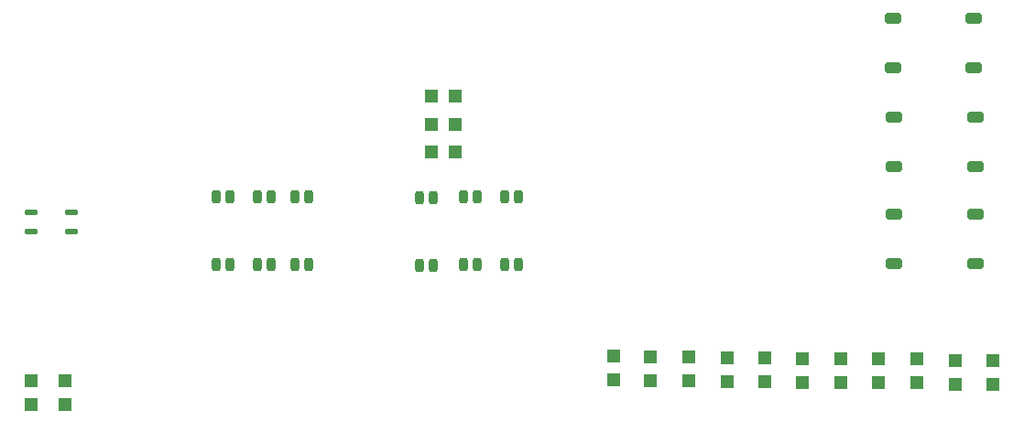
<source format=gtp>
G04 Layer_Color=8421504*
%FSLAX44Y44*%
%MOMM*%
G71*
G01*
G75*
%ADD11R,1.2000X1.2000*%
G04:AMPARAMS|DCode=12|XSize=1.5mm|YSize=1mm|CornerRadius=0.25mm|HoleSize=0mm|Usage=FLASHONLY|Rotation=0.000|XOffset=0mm|YOffset=0mm|HoleType=Round|Shape=RoundedRectangle|*
%AMROUNDEDRECTD12*
21,1,1.5000,0.5000,0,0,0.0*
21,1,1.0000,1.0000,0,0,0.0*
1,1,0.5000,0.5000,-0.2500*
1,1,0.5000,-0.5000,-0.2500*
1,1,0.5000,-0.5000,0.2500*
1,1,0.5000,0.5000,0.2500*
%
%ADD12ROUNDEDRECTD12*%
%ADD13R,1.2000X1.2000*%
G04:AMPARAMS|DCode=14|XSize=0.5mm|YSize=1.25mm|CornerRadius=0.125mm|HoleSize=0mm|Usage=FLASHONLY|Rotation=270.000|XOffset=0mm|YOffset=0mm|HoleType=Round|Shape=RoundedRectangle|*
%AMROUNDEDRECTD14*
21,1,0.5000,1.0000,0,0,270.0*
21,1,0.2500,1.2500,0,0,270.0*
1,1,0.2500,-0.5000,-0.1250*
1,1,0.2500,-0.5000,0.1250*
1,1,0.2500,0.5000,0.1250*
1,1,0.2500,0.5000,-0.1250*
%
%ADD14ROUNDEDRECTD14*%
G04:AMPARAMS|DCode=15|XSize=1.2mm|YSize=0.8mm|CornerRadius=0.2mm|HoleSize=0mm|Usage=FLASHONLY|Rotation=90.000|XOffset=0mm|YOffset=0mm|HoleType=Round|Shape=RoundedRectangle|*
%AMROUNDEDRECTD15*
21,1,1.2000,0.4000,0,0,90.0*
21,1,0.8000,0.8000,0,0,90.0*
1,1,0.4000,0.2000,0.4000*
1,1,0.4000,0.2000,-0.4000*
1,1,0.4000,-0.2000,-0.4000*
1,1,0.4000,-0.2000,0.4000*
%
%ADD15ROUNDEDRECTD15*%
D11*
X909000Y160000D02*
D03*
Y138000D02*
D03*
X874000Y160000D02*
D03*
Y138000D02*
D03*
X839000Y161000D02*
D03*
Y139000D02*
D03*
X803000Y161000D02*
D03*
Y139000D02*
D03*
X768000Y161000D02*
D03*
Y139000D02*
D03*
X733000Y161000D02*
D03*
Y139000D02*
D03*
X698000Y162000D02*
D03*
Y140000D02*
D03*
X663000Y162000D02*
D03*
Y140000D02*
D03*
X628000Y163000D02*
D03*
Y141000D02*
D03*
X592000Y163000D02*
D03*
Y141000D02*
D03*
X558000Y164000D02*
D03*
Y142000D02*
D03*
X20000Y141000D02*
D03*
Y119000D02*
D03*
X51000Y141000D02*
D03*
Y119000D02*
D03*
D12*
X892465Y384860D02*
D03*
X817535D02*
D03*
X892465Y339140D02*
D03*
X817535D02*
D03*
X892465Y294860D02*
D03*
X817535D02*
D03*
X892465Y249140D02*
D03*
X817535D02*
D03*
X891465Y475860D02*
D03*
X816535D02*
D03*
X891465Y430140D02*
D03*
X816535D02*
D03*
D13*
X390000Y353000D02*
D03*
X412000D02*
D03*
X390000Y378000D02*
D03*
X412000D02*
D03*
X390000Y404000D02*
D03*
X412000D02*
D03*
D14*
X57000Y279000D02*
D03*
Y297000D02*
D03*
X20000Y279000D02*
D03*
Y297000D02*
D03*
D15*
X470350Y248500D02*
D03*
Y311500D02*
D03*
X457650D02*
D03*
Y248500D02*
D03*
X432350D02*
D03*
Y311500D02*
D03*
X419650D02*
D03*
Y248500D02*
D03*
X378650Y310500D02*
D03*
Y247500D02*
D03*
X391350D02*
D03*
Y310500D02*
D03*
X276350Y248500D02*
D03*
Y311500D02*
D03*
X263650D02*
D03*
Y248500D02*
D03*
X241350D02*
D03*
Y311500D02*
D03*
X228650D02*
D03*
Y248500D02*
D03*
X190650Y311500D02*
D03*
Y248500D02*
D03*
X203350D02*
D03*
Y311500D02*
D03*
M02*

</source>
